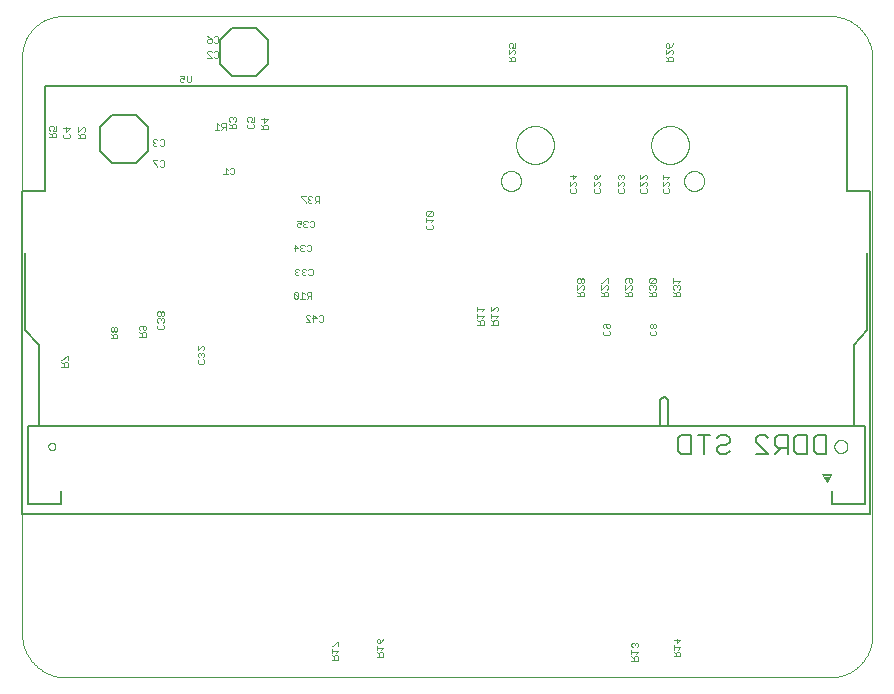
<source format=gbo>
G75*
%MOIN*%
%OFA0B0*%
%FSLAX25Y25*%
%IPPOS*%
%LPD*%
%AMOC8*
5,1,8,0,0,1.08239X$1,22.5*
%
%ADD10C,0.00000*%
%ADD11C,0.00800*%
%ADD12C,0.00600*%
%ADD13C,0.00400*%
%ADD14C,0.00500*%
%ADD15C,0.00200*%
D10*
X0015673Y0001500D02*
X0270791Y0001500D01*
X0271133Y0001504D01*
X0271476Y0001517D01*
X0271818Y0001537D01*
X0272159Y0001566D01*
X0272499Y0001603D01*
X0272839Y0001649D01*
X0273177Y0001702D01*
X0273514Y0001764D01*
X0273849Y0001834D01*
X0274183Y0001912D01*
X0274514Y0001998D01*
X0274844Y0002092D01*
X0275171Y0002194D01*
X0275495Y0002303D01*
X0275817Y0002421D01*
X0276136Y0002546D01*
X0276451Y0002679D01*
X0276764Y0002820D01*
X0277072Y0002968D01*
X0277378Y0003123D01*
X0277679Y0003286D01*
X0277976Y0003456D01*
X0278269Y0003633D01*
X0278558Y0003818D01*
X0278842Y0004009D01*
X0279122Y0004207D01*
X0279396Y0004411D01*
X0279666Y0004623D01*
X0279930Y0004840D01*
X0280189Y0005064D01*
X0280443Y0005295D01*
X0280691Y0005531D01*
X0280933Y0005773D01*
X0281169Y0006021D01*
X0281400Y0006275D01*
X0281624Y0006534D01*
X0281841Y0006798D01*
X0282053Y0007068D01*
X0282257Y0007342D01*
X0282455Y0007622D01*
X0282646Y0007906D01*
X0282831Y0008195D01*
X0283008Y0008488D01*
X0283178Y0008785D01*
X0283341Y0009086D01*
X0283496Y0009392D01*
X0283644Y0009700D01*
X0283785Y0010013D01*
X0283918Y0010328D01*
X0284043Y0010647D01*
X0284161Y0010969D01*
X0284270Y0011293D01*
X0284372Y0011620D01*
X0284466Y0011950D01*
X0284552Y0012281D01*
X0284630Y0012615D01*
X0284700Y0012950D01*
X0284762Y0013287D01*
X0284815Y0013625D01*
X0284861Y0013965D01*
X0284898Y0014305D01*
X0284927Y0014646D01*
X0284947Y0014988D01*
X0284960Y0015331D01*
X0284964Y0015673D01*
X0284965Y0015673D02*
X0284965Y0207799D01*
X0284964Y0207799D02*
X0284960Y0208141D01*
X0284947Y0208484D01*
X0284927Y0208826D01*
X0284898Y0209167D01*
X0284861Y0209507D01*
X0284815Y0209847D01*
X0284762Y0210185D01*
X0284700Y0210522D01*
X0284630Y0210857D01*
X0284552Y0211191D01*
X0284466Y0211522D01*
X0284372Y0211852D01*
X0284270Y0212179D01*
X0284161Y0212503D01*
X0284043Y0212825D01*
X0283918Y0213144D01*
X0283785Y0213459D01*
X0283644Y0213772D01*
X0283496Y0214080D01*
X0283341Y0214386D01*
X0283178Y0214687D01*
X0283008Y0214984D01*
X0282831Y0215277D01*
X0282646Y0215566D01*
X0282455Y0215850D01*
X0282257Y0216130D01*
X0282053Y0216404D01*
X0281841Y0216674D01*
X0281624Y0216938D01*
X0281400Y0217197D01*
X0281169Y0217451D01*
X0280933Y0217699D01*
X0280691Y0217941D01*
X0280443Y0218177D01*
X0280189Y0218408D01*
X0279930Y0218632D01*
X0279666Y0218849D01*
X0279396Y0219061D01*
X0279122Y0219265D01*
X0278842Y0219463D01*
X0278558Y0219654D01*
X0278269Y0219839D01*
X0277976Y0220016D01*
X0277679Y0220186D01*
X0277378Y0220349D01*
X0277072Y0220504D01*
X0276764Y0220652D01*
X0276451Y0220793D01*
X0276136Y0220926D01*
X0275817Y0221051D01*
X0275495Y0221169D01*
X0275171Y0221278D01*
X0274844Y0221380D01*
X0274514Y0221474D01*
X0274183Y0221560D01*
X0273849Y0221638D01*
X0273514Y0221708D01*
X0273177Y0221770D01*
X0272839Y0221823D01*
X0272499Y0221869D01*
X0272159Y0221906D01*
X0271818Y0221935D01*
X0271476Y0221955D01*
X0271133Y0221968D01*
X0270791Y0221972D01*
X0015673Y0221972D01*
X0001500Y0208799D02*
X0001500Y0016673D01*
X0001492Y0016318D01*
X0001492Y0015963D01*
X0001502Y0015609D01*
X0001520Y0015254D01*
X0001546Y0014901D01*
X0001581Y0014548D01*
X0001625Y0014195D01*
X0001677Y0013845D01*
X0001737Y0013495D01*
X0001806Y0013147D01*
X0001884Y0012801D01*
X0001969Y0012456D01*
X0002063Y0012114D01*
X0002165Y0011774D01*
X0002276Y0011437D01*
X0002394Y0011103D01*
X0002521Y0010771D01*
X0002655Y0010443D01*
X0002798Y0010118D01*
X0002948Y0009797D01*
X0003106Y0009479D01*
X0003271Y0009165D01*
X0003445Y0008855D01*
X0003625Y0008550D01*
X0003813Y0008249D01*
X0004008Y0007953D01*
X0004210Y0007661D01*
X0004419Y0007375D01*
X0004635Y0007093D01*
X0004858Y0006817D01*
X0005088Y0006546D01*
X0005323Y0006281D01*
X0005566Y0006022D01*
X0005814Y0005769D01*
X0006068Y0005521D01*
X0006329Y0005280D01*
X0006595Y0005046D01*
X0006867Y0004817D01*
X0007144Y0004596D01*
X0007426Y0004381D01*
X0007714Y0004173D01*
X0008006Y0003972D01*
X0008303Y0003778D01*
X0008605Y0003592D01*
X0008911Y0003413D01*
X0009222Y0003241D01*
X0009536Y0003077D01*
X0009855Y0002920D01*
X0010177Y0002771D01*
X0010502Y0002630D01*
X0010831Y0002497D01*
X0011163Y0002372D01*
X0011498Y0002255D01*
X0011836Y0002146D01*
X0012176Y0002046D01*
X0012518Y0001953D01*
X0012863Y0001869D01*
X0013210Y0001793D01*
X0013558Y0001726D01*
X0013908Y0001667D01*
X0014259Y0001616D01*
X0014611Y0001574D01*
X0014965Y0001541D01*
X0015319Y0001516D01*
X0015673Y0001500D01*
X0010260Y0078500D02*
X0010262Y0078569D01*
X0010268Y0078637D01*
X0010278Y0078705D01*
X0010292Y0078772D01*
X0010310Y0078839D01*
X0010331Y0078904D01*
X0010357Y0078968D01*
X0010386Y0079030D01*
X0010418Y0079090D01*
X0010454Y0079149D01*
X0010494Y0079205D01*
X0010536Y0079259D01*
X0010582Y0079310D01*
X0010631Y0079359D01*
X0010682Y0079405D01*
X0010736Y0079447D01*
X0010792Y0079487D01*
X0010850Y0079523D01*
X0010911Y0079555D01*
X0010973Y0079584D01*
X0011037Y0079610D01*
X0011102Y0079631D01*
X0011169Y0079649D01*
X0011236Y0079663D01*
X0011304Y0079673D01*
X0011372Y0079679D01*
X0011441Y0079681D01*
X0011510Y0079679D01*
X0011578Y0079673D01*
X0011646Y0079663D01*
X0011713Y0079649D01*
X0011780Y0079631D01*
X0011845Y0079610D01*
X0011909Y0079584D01*
X0011971Y0079555D01*
X0012031Y0079523D01*
X0012090Y0079487D01*
X0012146Y0079447D01*
X0012200Y0079405D01*
X0012251Y0079359D01*
X0012300Y0079310D01*
X0012346Y0079259D01*
X0012388Y0079205D01*
X0012428Y0079149D01*
X0012464Y0079090D01*
X0012496Y0079030D01*
X0012525Y0078968D01*
X0012551Y0078904D01*
X0012572Y0078839D01*
X0012590Y0078772D01*
X0012604Y0078705D01*
X0012614Y0078637D01*
X0012620Y0078569D01*
X0012622Y0078500D01*
X0012620Y0078431D01*
X0012614Y0078363D01*
X0012604Y0078295D01*
X0012590Y0078228D01*
X0012572Y0078161D01*
X0012551Y0078096D01*
X0012525Y0078032D01*
X0012496Y0077970D01*
X0012464Y0077909D01*
X0012428Y0077851D01*
X0012388Y0077795D01*
X0012346Y0077741D01*
X0012300Y0077690D01*
X0012251Y0077641D01*
X0012200Y0077595D01*
X0012146Y0077553D01*
X0012090Y0077513D01*
X0012032Y0077477D01*
X0011971Y0077445D01*
X0011909Y0077416D01*
X0011845Y0077390D01*
X0011780Y0077369D01*
X0011713Y0077351D01*
X0011646Y0077337D01*
X0011578Y0077327D01*
X0011510Y0077321D01*
X0011441Y0077319D01*
X0011372Y0077321D01*
X0011304Y0077327D01*
X0011236Y0077337D01*
X0011169Y0077351D01*
X0011102Y0077369D01*
X0011037Y0077390D01*
X0010973Y0077416D01*
X0010911Y0077445D01*
X0010850Y0077477D01*
X0010792Y0077513D01*
X0010736Y0077553D01*
X0010682Y0077595D01*
X0010631Y0077641D01*
X0010582Y0077690D01*
X0010536Y0077741D01*
X0010494Y0077795D01*
X0010454Y0077851D01*
X0010418Y0077909D01*
X0010386Y0077970D01*
X0010357Y0078032D01*
X0010331Y0078096D01*
X0010310Y0078161D01*
X0010292Y0078228D01*
X0010278Y0078295D01*
X0010268Y0078363D01*
X0010262Y0078431D01*
X0010260Y0078500D01*
X0161142Y0166992D02*
X0161144Y0167107D01*
X0161150Y0167223D01*
X0161160Y0167338D01*
X0161174Y0167453D01*
X0161192Y0167567D01*
X0161214Y0167680D01*
X0161239Y0167793D01*
X0161269Y0167904D01*
X0161302Y0168015D01*
X0161339Y0168124D01*
X0161380Y0168232D01*
X0161425Y0168339D01*
X0161473Y0168444D01*
X0161525Y0168547D01*
X0161581Y0168648D01*
X0161640Y0168748D01*
X0161702Y0168845D01*
X0161768Y0168940D01*
X0161836Y0169033D01*
X0161908Y0169123D01*
X0161983Y0169211D01*
X0162062Y0169296D01*
X0162143Y0169378D01*
X0162226Y0169458D01*
X0162313Y0169534D01*
X0162402Y0169608D01*
X0162493Y0169678D01*
X0162587Y0169746D01*
X0162683Y0169810D01*
X0162782Y0169870D01*
X0162882Y0169927D01*
X0162984Y0169981D01*
X0163088Y0170031D01*
X0163194Y0170078D01*
X0163301Y0170121D01*
X0163410Y0170160D01*
X0163520Y0170195D01*
X0163631Y0170226D01*
X0163743Y0170254D01*
X0163856Y0170278D01*
X0163970Y0170298D01*
X0164085Y0170314D01*
X0164200Y0170326D01*
X0164315Y0170334D01*
X0164430Y0170338D01*
X0164546Y0170338D01*
X0164661Y0170334D01*
X0164776Y0170326D01*
X0164891Y0170314D01*
X0165006Y0170298D01*
X0165120Y0170278D01*
X0165233Y0170254D01*
X0165345Y0170226D01*
X0165456Y0170195D01*
X0165566Y0170160D01*
X0165675Y0170121D01*
X0165782Y0170078D01*
X0165888Y0170031D01*
X0165992Y0169981D01*
X0166094Y0169927D01*
X0166194Y0169870D01*
X0166293Y0169810D01*
X0166389Y0169746D01*
X0166483Y0169678D01*
X0166574Y0169608D01*
X0166663Y0169534D01*
X0166750Y0169458D01*
X0166833Y0169378D01*
X0166914Y0169296D01*
X0166993Y0169211D01*
X0167068Y0169123D01*
X0167140Y0169033D01*
X0167208Y0168940D01*
X0167274Y0168845D01*
X0167336Y0168748D01*
X0167395Y0168648D01*
X0167451Y0168547D01*
X0167503Y0168444D01*
X0167551Y0168339D01*
X0167596Y0168232D01*
X0167637Y0168124D01*
X0167674Y0168015D01*
X0167707Y0167904D01*
X0167737Y0167793D01*
X0167762Y0167680D01*
X0167784Y0167567D01*
X0167802Y0167453D01*
X0167816Y0167338D01*
X0167826Y0167223D01*
X0167832Y0167107D01*
X0167834Y0166992D01*
X0167832Y0166877D01*
X0167826Y0166761D01*
X0167816Y0166646D01*
X0167802Y0166531D01*
X0167784Y0166417D01*
X0167762Y0166304D01*
X0167737Y0166191D01*
X0167707Y0166080D01*
X0167674Y0165969D01*
X0167637Y0165860D01*
X0167596Y0165752D01*
X0167551Y0165645D01*
X0167503Y0165540D01*
X0167451Y0165437D01*
X0167395Y0165336D01*
X0167336Y0165236D01*
X0167274Y0165139D01*
X0167208Y0165044D01*
X0167140Y0164951D01*
X0167068Y0164861D01*
X0166993Y0164773D01*
X0166914Y0164688D01*
X0166833Y0164606D01*
X0166750Y0164526D01*
X0166663Y0164450D01*
X0166574Y0164376D01*
X0166483Y0164306D01*
X0166389Y0164238D01*
X0166293Y0164174D01*
X0166194Y0164114D01*
X0166094Y0164057D01*
X0165992Y0164003D01*
X0165888Y0163953D01*
X0165782Y0163906D01*
X0165675Y0163863D01*
X0165566Y0163824D01*
X0165456Y0163789D01*
X0165345Y0163758D01*
X0165233Y0163730D01*
X0165120Y0163706D01*
X0165006Y0163686D01*
X0164891Y0163670D01*
X0164776Y0163658D01*
X0164661Y0163650D01*
X0164546Y0163646D01*
X0164430Y0163646D01*
X0164315Y0163650D01*
X0164200Y0163658D01*
X0164085Y0163670D01*
X0163970Y0163686D01*
X0163856Y0163706D01*
X0163743Y0163730D01*
X0163631Y0163758D01*
X0163520Y0163789D01*
X0163410Y0163824D01*
X0163301Y0163863D01*
X0163194Y0163906D01*
X0163088Y0163953D01*
X0162984Y0164003D01*
X0162882Y0164057D01*
X0162782Y0164114D01*
X0162683Y0164174D01*
X0162587Y0164238D01*
X0162493Y0164306D01*
X0162402Y0164376D01*
X0162313Y0164450D01*
X0162226Y0164526D01*
X0162143Y0164606D01*
X0162062Y0164688D01*
X0161983Y0164773D01*
X0161908Y0164861D01*
X0161836Y0164951D01*
X0161768Y0165044D01*
X0161702Y0165139D01*
X0161640Y0165236D01*
X0161581Y0165336D01*
X0161525Y0165437D01*
X0161473Y0165540D01*
X0161425Y0165645D01*
X0161380Y0165752D01*
X0161339Y0165860D01*
X0161302Y0165969D01*
X0161269Y0166080D01*
X0161239Y0166191D01*
X0161214Y0166304D01*
X0161192Y0166417D01*
X0161174Y0166531D01*
X0161160Y0166646D01*
X0161150Y0166761D01*
X0161144Y0166877D01*
X0161142Y0166992D01*
X0166201Y0179000D02*
X0166203Y0179158D01*
X0166209Y0179316D01*
X0166219Y0179474D01*
X0166233Y0179632D01*
X0166251Y0179789D01*
X0166272Y0179946D01*
X0166298Y0180102D01*
X0166328Y0180258D01*
X0166361Y0180413D01*
X0166399Y0180566D01*
X0166440Y0180719D01*
X0166485Y0180871D01*
X0166534Y0181022D01*
X0166587Y0181171D01*
X0166643Y0181319D01*
X0166703Y0181465D01*
X0166767Y0181610D01*
X0166835Y0181753D01*
X0166906Y0181895D01*
X0166980Y0182035D01*
X0167058Y0182172D01*
X0167140Y0182308D01*
X0167224Y0182442D01*
X0167313Y0182573D01*
X0167404Y0182702D01*
X0167499Y0182829D01*
X0167596Y0182954D01*
X0167697Y0183076D01*
X0167801Y0183195D01*
X0167908Y0183312D01*
X0168018Y0183426D01*
X0168131Y0183537D01*
X0168246Y0183646D01*
X0168364Y0183751D01*
X0168485Y0183853D01*
X0168608Y0183953D01*
X0168734Y0184049D01*
X0168862Y0184142D01*
X0168992Y0184232D01*
X0169125Y0184318D01*
X0169260Y0184402D01*
X0169396Y0184481D01*
X0169535Y0184558D01*
X0169676Y0184630D01*
X0169818Y0184700D01*
X0169962Y0184765D01*
X0170108Y0184827D01*
X0170255Y0184885D01*
X0170404Y0184940D01*
X0170554Y0184991D01*
X0170705Y0185038D01*
X0170857Y0185081D01*
X0171010Y0185120D01*
X0171165Y0185156D01*
X0171320Y0185187D01*
X0171476Y0185215D01*
X0171632Y0185239D01*
X0171789Y0185259D01*
X0171947Y0185275D01*
X0172104Y0185287D01*
X0172263Y0185295D01*
X0172421Y0185299D01*
X0172579Y0185299D01*
X0172737Y0185295D01*
X0172896Y0185287D01*
X0173053Y0185275D01*
X0173211Y0185259D01*
X0173368Y0185239D01*
X0173524Y0185215D01*
X0173680Y0185187D01*
X0173835Y0185156D01*
X0173990Y0185120D01*
X0174143Y0185081D01*
X0174295Y0185038D01*
X0174446Y0184991D01*
X0174596Y0184940D01*
X0174745Y0184885D01*
X0174892Y0184827D01*
X0175038Y0184765D01*
X0175182Y0184700D01*
X0175324Y0184630D01*
X0175465Y0184558D01*
X0175604Y0184481D01*
X0175740Y0184402D01*
X0175875Y0184318D01*
X0176008Y0184232D01*
X0176138Y0184142D01*
X0176266Y0184049D01*
X0176392Y0183953D01*
X0176515Y0183853D01*
X0176636Y0183751D01*
X0176754Y0183646D01*
X0176869Y0183537D01*
X0176982Y0183426D01*
X0177092Y0183312D01*
X0177199Y0183195D01*
X0177303Y0183076D01*
X0177404Y0182954D01*
X0177501Y0182829D01*
X0177596Y0182702D01*
X0177687Y0182573D01*
X0177776Y0182442D01*
X0177860Y0182308D01*
X0177942Y0182172D01*
X0178020Y0182035D01*
X0178094Y0181895D01*
X0178165Y0181753D01*
X0178233Y0181610D01*
X0178297Y0181465D01*
X0178357Y0181319D01*
X0178413Y0181171D01*
X0178466Y0181022D01*
X0178515Y0180871D01*
X0178560Y0180719D01*
X0178601Y0180566D01*
X0178639Y0180413D01*
X0178672Y0180258D01*
X0178702Y0180102D01*
X0178728Y0179946D01*
X0178749Y0179789D01*
X0178767Y0179632D01*
X0178781Y0179474D01*
X0178791Y0179316D01*
X0178797Y0179158D01*
X0178799Y0179000D01*
X0178797Y0178842D01*
X0178791Y0178684D01*
X0178781Y0178526D01*
X0178767Y0178368D01*
X0178749Y0178211D01*
X0178728Y0178054D01*
X0178702Y0177898D01*
X0178672Y0177742D01*
X0178639Y0177587D01*
X0178601Y0177434D01*
X0178560Y0177281D01*
X0178515Y0177129D01*
X0178466Y0176978D01*
X0178413Y0176829D01*
X0178357Y0176681D01*
X0178297Y0176535D01*
X0178233Y0176390D01*
X0178165Y0176247D01*
X0178094Y0176105D01*
X0178020Y0175965D01*
X0177942Y0175828D01*
X0177860Y0175692D01*
X0177776Y0175558D01*
X0177687Y0175427D01*
X0177596Y0175298D01*
X0177501Y0175171D01*
X0177404Y0175046D01*
X0177303Y0174924D01*
X0177199Y0174805D01*
X0177092Y0174688D01*
X0176982Y0174574D01*
X0176869Y0174463D01*
X0176754Y0174354D01*
X0176636Y0174249D01*
X0176515Y0174147D01*
X0176392Y0174047D01*
X0176266Y0173951D01*
X0176138Y0173858D01*
X0176008Y0173768D01*
X0175875Y0173682D01*
X0175740Y0173598D01*
X0175604Y0173519D01*
X0175465Y0173442D01*
X0175324Y0173370D01*
X0175182Y0173300D01*
X0175038Y0173235D01*
X0174892Y0173173D01*
X0174745Y0173115D01*
X0174596Y0173060D01*
X0174446Y0173009D01*
X0174295Y0172962D01*
X0174143Y0172919D01*
X0173990Y0172880D01*
X0173835Y0172844D01*
X0173680Y0172813D01*
X0173524Y0172785D01*
X0173368Y0172761D01*
X0173211Y0172741D01*
X0173053Y0172725D01*
X0172896Y0172713D01*
X0172737Y0172705D01*
X0172579Y0172701D01*
X0172421Y0172701D01*
X0172263Y0172705D01*
X0172104Y0172713D01*
X0171947Y0172725D01*
X0171789Y0172741D01*
X0171632Y0172761D01*
X0171476Y0172785D01*
X0171320Y0172813D01*
X0171165Y0172844D01*
X0171010Y0172880D01*
X0170857Y0172919D01*
X0170705Y0172962D01*
X0170554Y0173009D01*
X0170404Y0173060D01*
X0170255Y0173115D01*
X0170108Y0173173D01*
X0169962Y0173235D01*
X0169818Y0173300D01*
X0169676Y0173370D01*
X0169535Y0173442D01*
X0169396Y0173519D01*
X0169260Y0173598D01*
X0169125Y0173682D01*
X0168992Y0173768D01*
X0168862Y0173858D01*
X0168734Y0173951D01*
X0168608Y0174047D01*
X0168485Y0174147D01*
X0168364Y0174249D01*
X0168246Y0174354D01*
X0168131Y0174463D01*
X0168018Y0174574D01*
X0167908Y0174688D01*
X0167801Y0174805D01*
X0167697Y0174924D01*
X0167596Y0175046D01*
X0167499Y0175171D01*
X0167404Y0175298D01*
X0167313Y0175427D01*
X0167224Y0175558D01*
X0167140Y0175692D01*
X0167058Y0175828D01*
X0166980Y0175965D01*
X0166906Y0176105D01*
X0166835Y0176247D01*
X0166767Y0176390D01*
X0166703Y0176535D01*
X0166643Y0176681D01*
X0166587Y0176829D01*
X0166534Y0176978D01*
X0166485Y0177129D01*
X0166440Y0177281D01*
X0166399Y0177434D01*
X0166361Y0177587D01*
X0166328Y0177742D01*
X0166298Y0177898D01*
X0166272Y0178054D01*
X0166251Y0178211D01*
X0166233Y0178368D01*
X0166219Y0178526D01*
X0166209Y0178684D01*
X0166203Y0178842D01*
X0166201Y0179000D01*
X0211201Y0179000D02*
X0211203Y0179158D01*
X0211209Y0179316D01*
X0211219Y0179474D01*
X0211233Y0179632D01*
X0211251Y0179789D01*
X0211272Y0179946D01*
X0211298Y0180102D01*
X0211328Y0180258D01*
X0211361Y0180413D01*
X0211399Y0180566D01*
X0211440Y0180719D01*
X0211485Y0180871D01*
X0211534Y0181022D01*
X0211587Y0181171D01*
X0211643Y0181319D01*
X0211703Y0181465D01*
X0211767Y0181610D01*
X0211835Y0181753D01*
X0211906Y0181895D01*
X0211980Y0182035D01*
X0212058Y0182172D01*
X0212140Y0182308D01*
X0212224Y0182442D01*
X0212313Y0182573D01*
X0212404Y0182702D01*
X0212499Y0182829D01*
X0212596Y0182954D01*
X0212697Y0183076D01*
X0212801Y0183195D01*
X0212908Y0183312D01*
X0213018Y0183426D01*
X0213131Y0183537D01*
X0213246Y0183646D01*
X0213364Y0183751D01*
X0213485Y0183853D01*
X0213608Y0183953D01*
X0213734Y0184049D01*
X0213862Y0184142D01*
X0213992Y0184232D01*
X0214125Y0184318D01*
X0214260Y0184402D01*
X0214396Y0184481D01*
X0214535Y0184558D01*
X0214676Y0184630D01*
X0214818Y0184700D01*
X0214962Y0184765D01*
X0215108Y0184827D01*
X0215255Y0184885D01*
X0215404Y0184940D01*
X0215554Y0184991D01*
X0215705Y0185038D01*
X0215857Y0185081D01*
X0216010Y0185120D01*
X0216165Y0185156D01*
X0216320Y0185187D01*
X0216476Y0185215D01*
X0216632Y0185239D01*
X0216789Y0185259D01*
X0216947Y0185275D01*
X0217104Y0185287D01*
X0217263Y0185295D01*
X0217421Y0185299D01*
X0217579Y0185299D01*
X0217737Y0185295D01*
X0217896Y0185287D01*
X0218053Y0185275D01*
X0218211Y0185259D01*
X0218368Y0185239D01*
X0218524Y0185215D01*
X0218680Y0185187D01*
X0218835Y0185156D01*
X0218990Y0185120D01*
X0219143Y0185081D01*
X0219295Y0185038D01*
X0219446Y0184991D01*
X0219596Y0184940D01*
X0219745Y0184885D01*
X0219892Y0184827D01*
X0220038Y0184765D01*
X0220182Y0184700D01*
X0220324Y0184630D01*
X0220465Y0184558D01*
X0220604Y0184481D01*
X0220740Y0184402D01*
X0220875Y0184318D01*
X0221008Y0184232D01*
X0221138Y0184142D01*
X0221266Y0184049D01*
X0221392Y0183953D01*
X0221515Y0183853D01*
X0221636Y0183751D01*
X0221754Y0183646D01*
X0221869Y0183537D01*
X0221982Y0183426D01*
X0222092Y0183312D01*
X0222199Y0183195D01*
X0222303Y0183076D01*
X0222404Y0182954D01*
X0222501Y0182829D01*
X0222596Y0182702D01*
X0222687Y0182573D01*
X0222776Y0182442D01*
X0222860Y0182308D01*
X0222942Y0182172D01*
X0223020Y0182035D01*
X0223094Y0181895D01*
X0223165Y0181753D01*
X0223233Y0181610D01*
X0223297Y0181465D01*
X0223357Y0181319D01*
X0223413Y0181171D01*
X0223466Y0181022D01*
X0223515Y0180871D01*
X0223560Y0180719D01*
X0223601Y0180566D01*
X0223639Y0180413D01*
X0223672Y0180258D01*
X0223702Y0180102D01*
X0223728Y0179946D01*
X0223749Y0179789D01*
X0223767Y0179632D01*
X0223781Y0179474D01*
X0223791Y0179316D01*
X0223797Y0179158D01*
X0223799Y0179000D01*
X0223797Y0178842D01*
X0223791Y0178684D01*
X0223781Y0178526D01*
X0223767Y0178368D01*
X0223749Y0178211D01*
X0223728Y0178054D01*
X0223702Y0177898D01*
X0223672Y0177742D01*
X0223639Y0177587D01*
X0223601Y0177434D01*
X0223560Y0177281D01*
X0223515Y0177129D01*
X0223466Y0176978D01*
X0223413Y0176829D01*
X0223357Y0176681D01*
X0223297Y0176535D01*
X0223233Y0176390D01*
X0223165Y0176247D01*
X0223094Y0176105D01*
X0223020Y0175965D01*
X0222942Y0175828D01*
X0222860Y0175692D01*
X0222776Y0175558D01*
X0222687Y0175427D01*
X0222596Y0175298D01*
X0222501Y0175171D01*
X0222404Y0175046D01*
X0222303Y0174924D01*
X0222199Y0174805D01*
X0222092Y0174688D01*
X0221982Y0174574D01*
X0221869Y0174463D01*
X0221754Y0174354D01*
X0221636Y0174249D01*
X0221515Y0174147D01*
X0221392Y0174047D01*
X0221266Y0173951D01*
X0221138Y0173858D01*
X0221008Y0173768D01*
X0220875Y0173682D01*
X0220740Y0173598D01*
X0220604Y0173519D01*
X0220465Y0173442D01*
X0220324Y0173370D01*
X0220182Y0173300D01*
X0220038Y0173235D01*
X0219892Y0173173D01*
X0219745Y0173115D01*
X0219596Y0173060D01*
X0219446Y0173009D01*
X0219295Y0172962D01*
X0219143Y0172919D01*
X0218990Y0172880D01*
X0218835Y0172844D01*
X0218680Y0172813D01*
X0218524Y0172785D01*
X0218368Y0172761D01*
X0218211Y0172741D01*
X0218053Y0172725D01*
X0217896Y0172713D01*
X0217737Y0172705D01*
X0217579Y0172701D01*
X0217421Y0172701D01*
X0217263Y0172705D01*
X0217104Y0172713D01*
X0216947Y0172725D01*
X0216789Y0172741D01*
X0216632Y0172761D01*
X0216476Y0172785D01*
X0216320Y0172813D01*
X0216165Y0172844D01*
X0216010Y0172880D01*
X0215857Y0172919D01*
X0215705Y0172962D01*
X0215554Y0173009D01*
X0215404Y0173060D01*
X0215255Y0173115D01*
X0215108Y0173173D01*
X0214962Y0173235D01*
X0214818Y0173300D01*
X0214676Y0173370D01*
X0214535Y0173442D01*
X0214396Y0173519D01*
X0214260Y0173598D01*
X0214125Y0173682D01*
X0213992Y0173768D01*
X0213862Y0173858D01*
X0213734Y0173951D01*
X0213608Y0174047D01*
X0213485Y0174147D01*
X0213364Y0174249D01*
X0213246Y0174354D01*
X0213131Y0174463D01*
X0213018Y0174574D01*
X0212908Y0174688D01*
X0212801Y0174805D01*
X0212697Y0174924D01*
X0212596Y0175046D01*
X0212499Y0175171D01*
X0212404Y0175298D01*
X0212313Y0175427D01*
X0212224Y0175558D01*
X0212140Y0175692D01*
X0212058Y0175828D01*
X0211980Y0175965D01*
X0211906Y0176105D01*
X0211835Y0176247D01*
X0211767Y0176390D01*
X0211703Y0176535D01*
X0211643Y0176681D01*
X0211587Y0176829D01*
X0211534Y0176978D01*
X0211485Y0177129D01*
X0211440Y0177281D01*
X0211399Y0177434D01*
X0211361Y0177587D01*
X0211328Y0177742D01*
X0211298Y0177898D01*
X0211272Y0178054D01*
X0211251Y0178211D01*
X0211233Y0178368D01*
X0211219Y0178526D01*
X0211209Y0178684D01*
X0211203Y0178842D01*
X0211201Y0179000D01*
X0222166Y0166992D02*
X0222168Y0167107D01*
X0222174Y0167223D01*
X0222184Y0167338D01*
X0222198Y0167453D01*
X0222216Y0167567D01*
X0222238Y0167680D01*
X0222263Y0167793D01*
X0222293Y0167904D01*
X0222326Y0168015D01*
X0222363Y0168124D01*
X0222404Y0168232D01*
X0222449Y0168339D01*
X0222497Y0168444D01*
X0222549Y0168547D01*
X0222605Y0168648D01*
X0222664Y0168748D01*
X0222726Y0168845D01*
X0222792Y0168940D01*
X0222860Y0169033D01*
X0222932Y0169123D01*
X0223007Y0169211D01*
X0223086Y0169296D01*
X0223167Y0169378D01*
X0223250Y0169458D01*
X0223337Y0169534D01*
X0223426Y0169608D01*
X0223517Y0169678D01*
X0223611Y0169746D01*
X0223707Y0169810D01*
X0223806Y0169870D01*
X0223906Y0169927D01*
X0224008Y0169981D01*
X0224112Y0170031D01*
X0224218Y0170078D01*
X0224325Y0170121D01*
X0224434Y0170160D01*
X0224544Y0170195D01*
X0224655Y0170226D01*
X0224767Y0170254D01*
X0224880Y0170278D01*
X0224994Y0170298D01*
X0225109Y0170314D01*
X0225224Y0170326D01*
X0225339Y0170334D01*
X0225454Y0170338D01*
X0225570Y0170338D01*
X0225685Y0170334D01*
X0225800Y0170326D01*
X0225915Y0170314D01*
X0226030Y0170298D01*
X0226144Y0170278D01*
X0226257Y0170254D01*
X0226369Y0170226D01*
X0226480Y0170195D01*
X0226590Y0170160D01*
X0226699Y0170121D01*
X0226806Y0170078D01*
X0226912Y0170031D01*
X0227016Y0169981D01*
X0227118Y0169927D01*
X0227218Y0169870D01*
X0227317Y0169810D01*
X0227413Y0169746D01*
X0227507Y0169678D01*
X0227598Y0169608D01*
X0227687Y0169534D01*
X0227774Y0169458D01*
X0227857Y0169378D01*
X0227938Y0169296D01*
X0228017Y0169211D01*
X0228092Y0169123D01*
X0228164Y0169033D01*
X0228232Y0168940D01*
X0228298Y0168845D01*
X0228360Y0168748D01*
X0228419Y0168648D01*
X0228475Y0168547D01*
X0228527Y0168444D01*
X0228575Y0168339D01*
X0228620Y0168232D01*
X0228661Y0168124D01*
X0228698Y0168015D01*
X0228731Y0167904D01*
X0228761Y0167793D01*
X0228786Y0167680D01*
X0228808Y0167567D01*
X0228826Y0167453D01*
X0228840Y0167338D01*
X0228850Y0167223D01*
X0228856Y0167107D01*
X0228858Y0166992D01*
X0228856Y0166877D01*
X0228850Y0166761D01*
X0228840Y0166646D01*
X0228826Y0166531D01*
X0228808Y0166417D01*
X0228786Y0166304D01*
X0228761Y0166191D01*
X0228731Y0166080D01*
X0228698Y0165969D01*
X0228661Y0165860D01*
X0228620Y0165752D01*
X0228575Y0165645D01*
X0228527Y0165540D01*
X0228475Y0165437D01*
X0228419Y0165336D01*
X0228360Y0165236D01*
X0228298Y0165139D01*
X0228232Y0165044D01*
X0228164Y0164951D01*
X0228092Y0164861D01*
X0228017Y0164773D01*
X0227938Y0164688D01*
X0227857Y0164606D01*
X0227774Y0164526D01*
X0227687Y0164450D01*
X0227598Y0164376D01*
X0227507Y0164306D01*
X0227413Y0164238D01*
X0227317Y0164174D01*
X0227218Y0164114D01*
X0227118Y0164057D01*
X0227016Y0164003D01*
X0226912Y0163953D01*
X0226806Y0163906D01*
X0226699Y0163863D01*
X0226590Y0163824D01*
X0226480Y0163789D01*
X0226369Y0163758D01*
X0226257Y0163730D01*
X0226144Y0163706D01*
X0226030Y0163686D01*
X0225915Y0163670D01*
X0225800Y0163658D01*
X0225685Y0163650D01*
X0225570Y0163646D01*
X0225454Y0163646D01*
X0225339Y0163650D01*
X0225224Y0163658D01*
X0225109Y0163670D01*
X0224994Y0163686D01*
X0224880Y0163706D01*
X0224767Y0163730D01*
X0224655Y0163758D01*
X0224544Y0163789D01*
X0224434Y0163824D01*
X0224325Y0163863D01*
X0224218Y0163906D01*
X0224112Y0163953D01*
X0224008Y0164003D01*
X0223906Y0164057D01*
X0223806Y0164114D01*
X0223707Y0164174D01*
X0223611Y0164238D01*
X0223517Y0164306D01*
X0223426Y0164376D01*
X0223337Y0164450D01*
X0223250Y0164526D01*
X0223167Y0164606D01*
X0223086Y0164688D01*
X0223007Y0164773D01*
X0222932Y0164861D01*
X0222860Y0164951D01*
X0222792Y0165044D01*
X0222726Y0165139D01*
X0222664Y0165236D01*
X0222605Y0165336D01*
X0222549Y0165437D01*
X0222497Y0165540D01*
X0222449Y0165645D01*
X0222404Y0165752D01*
X0222363Y0165860D01*
X0222326Y0165969D01*
X0222293Y0166080D01*
X0222263Y0166191D01*
X0222238Y0166304D01*
X0222216Y0166417D01*
X0222198Y0166531D01*
X0222184Y0166646D01*
X0222174Y0166761D01*
X0222168Y0166877D01*
X0222166Y0166992D01*
X0272268Y0078500D02*
X0272270Y0078593D01*
X0272276Y0078685D01*
X0272286Y0078777D01*
X0272300Y0078868D01*
X0272317Y0078959D01*
X0272339Y0079049D01*
X0272364Y0079138D01*
X0272393Y0079226D01*
X0272426Y0079312D01*
X0272463Y0079397D01*
X0272503Y0079481D01*
X0272547Y0079562D01*
X0272594Y0079642D01*
X0272644Y0079720D01*
X0272698Y0079795D01*
X0272755Y0079868D01*
X0272815Y0079938D01*
X0272878Y0080006D01*
X0272944Y0080071D01*
X0273012Y0080133D01*
X0273083Y0080193D01*
X0273157Y0080249D01*
X0273233Y0080302D01*
X0273311Y0080351D01*
X0273391Y0080398D01*
X0273473Y0080440D01*
X0273557Y0080480D01*
X0273642Y0080515D01*
X0273729Y0080547D01*
X0273817Y0080576D01*
X0273906Y0080600D01*
X0273996Y0080621D01*
X0274087Y0080637D01*
X0274179Y0080650D01*
X0274271Y0080659D01*
X0274364Y0080664D01*
X0274456Y0080665D01*
X0274549Y0080662D01*
X0274641Y0080655D01*
X0274733Y0080644D01*
X0274824Y0080629D01*
X0274915Y0080611D01*
X0275005Y0080588D01*
X0275093Y0080562D01*
X0275181Y0080532D01*
X0275267Y0080498D01*
X0275351Y0080461D01*
X0275434Y0080419D01*
X0275515Y0080375D01*
X0275595Y0080327D01*
X0275672Y0080276D01*
X0275746Y0080221D01*
X0275819Y0080163D01*
X0275889Y0080103D01*
X0275956Y0080039D01*
X0276020Y0079973D01*
X0276082Y0079903D01*
X0276140Y0079832D01*
X0276195Y0079758D01*
X0276247Y0079681D01*
X0276296Y0079602D01*
X0276342Y0079522D01*
X0276384Y0079439D01*
X0276422Y0079355D01*
X0276457Y0079269D01*
X0276488Y0079182D01*
X0276515Y0079094D01*
X0276538Y0079004D01*
X0276558Y0078914D01*
X0276574Y0078823D01*
X0276586Y0078731D01*
X0276594Y0078639D01*
X0276598Y0078546D01*
X0276598Y0078454D01*
X0276594Y0078361D01*
X0276586Y0078269D01*
X0276574Y0078177D01*
X0276558Y0078086D01*
X0276538Y0077996D01*
X0276515Y0077906D01*
X0276488Y0077818D01*
X0276457Y0077731D01*
X0276422Y0077645D01*
X0276384Y0077561D01*
X0276342Y0077478D01*
X0276296Y0077398D01*
X0276247Y0077319D01*
X0276195Y0077242D01*
X0276140Y0077168D01*
X0276082Y0077097D01*
X0276020Y0077027D01*
X0275956Y0076961D01*
X0275889Y0076897D01*
X0275819Y0076837D01*
X0275746Y0076779D01*
X0275672Y0076724D01*
X0275595Y0076673D01*
X0275516Y0076625D01*
X0275434Y0076581D01*
X0275351Y0076539D01*
X0275267Y0076502D01*
X0275181Y0076468D01*
X0275093Y0076438D01*
X0275005Y0076412D01*
X0274915Y0076389D01*
X0274824Y0076371D01*
X0274733Y0076356D01*
X0274641Y0076345D01*
X0274549Y0076338D01*
X0274456Y0076335D01*
X0274364Y0076336D01*
X0274271Y0076341D01*
X0274179Y0076350D01*
X0274087Y0076363D01*
X0273996Y0076379D01*
X0273906Y0076400D01*
X0273817Y0076424D01*
X0273729Y0076453D01*
X0273642Y0076485D01*
X0273557Y0076520D01*
X0273473Y0076560D01*
X0273391Y0076602D01*
X0273311Y0076649D01*
X0273233Y0076698D01*
X0273157Y0076751D01*
X0273083Y0076807D01*
X0273012Y0076867D01*
X0272944Y0076929D01*
X0272878Y0076994D01*
X0272815Y0077062D01*
X0272755Y0077132D01*
X0272698Y0077205D01*
X0272644Y0077280D01*
X0272594Y0077358D01*
X0272547Y0077438D01*
X0272503Y0077519D01*
X0272463Y0077603D01*
X0272426Y0077688D01*
X0272393Y0077774D01*
X0272364Y0077862D01*
X0272339Y0077951D01*
X0272317Y0078041D01*
X0272300Y0078132D01*
X0272286Y0078223D01*
X0272276Y0078315D01*
X0272270Y0078407D01*
X0272268Y0078500D01*
X0015673Y0221972D02*
X0015342Y0221980D01*
X0015012Y0221980D01*
X0014681Y0221972D01*
X0014351Y0221956D01*
X0014021Y0221932D01*
X0013692Y0221901D01*
X0013364Y0221861D01*
X0013037Y0221813D01*
X0012711Y0221758D01*
X0012386Y0221694D01*
X0012063Y0221623D01*
X0011742Y0221544D01*
X0011423Y0221457D01*
X0011107Y0221363D01*
X0010792Y0221261D01*
X0010480Y0221151D01*
X0010171Y0221034D01*
X0009865Y0220909D01*
X0009562Y0220777D01*
X0009262Y0220638D01*
X0008965Y0220492D01*
X0008672Y0220338D01*
X0008383Y0220177D01*
X0008098Y0220010D01*
X0007817Y0219836D01*
X0007541Y0219654D01*
X0007269Y0219467D01*
X0007001Y0219272D01*
X0006738Y0219072D01*
X0006480Y0218865D01*
X0006228Y0218652D01*
X0005980Y0218433D01*
X0005738Y0218207D01*
X0005501Y0217977D01*
X0005270Y0217740D01*
X0005045Y0217498D01*
X0004826Y0217251D01*
X0004612Y0216998D01*
X0004405Y0216740D01*
X0004204Y0216478D01*
X0004010Y0216210D01*
X0003822Y0215938D01*
X0003641Y0215662D01*
X0003466Y0215381D01*
X0003299Y0215096D01*
X0003138Y0214807D01*
X0002984Y0214514D01*
X0002838Y0214218D01*
X0002698Y0213918D01*
X0002566Y0213615D01*
X0002441Y0213309D01*
X0002324Y0213000D01*
X0002214Y0212688D01*
X0002112Y0212373D01*
X0002017Y0212057D01*
X0001930Y0211738D01*
X0001851Y0211417D01*
X0001779Y0211094D01*
X0001716Y0210769D01*
X0001660Y0210443D01*
X0001612Y0210116D01*
X0001572Y0209788D01*
X0001540Y0209459D01*
X0001516Y0209129D01*
X0001500Y0208799D01*
D11*
X0002583Y0142870D02*
X0002583Y0117476D01*
X0007110Y0112161D01*
X0007110Y0085783D01*
X0003370Y0085390D02*
X0282504Y0085390D01*
X0282504Y0059209D01*
X0271480Y0059209D01*
X0271480Y0063539D01*
X0278764Y0085783D02*
X0278764Y0112161D01*
X0283291Y0117476D01*
X0283291Y0142870D01*
X0216953Y0093657D02*
X0216953Y0085783D01*
X0214197Y0085783D02*
X0214197Y0093657D01*
X0214198Y0093657D02*
X0214205Y0093731D01*
X0214216Y0093804D01*
X0214231Y0093876D01*
X0214250Y0093948D01*
X0214273Y0094018D01*
X0214299Y0094087D01*
X0214329Y0094155D01*
X0214363Y0094221D01*
X0214400Y0094285D01*
X0214441Y0094347D01*
X0214484Y0094406D01*
X0214531Y0094463D01*
X0214581Y0094518D01*
X0214634Y0094570D01*
X0214689Y0094619D01*
X0214747Y0094665D01*
X0214808Y0094707D01*
X0214870Y0094747D01*
X0214935Y0094783D01*
X0215001Y0094815D01*
X0215069Y0094844D01*
X0215139Y0094869D01*
X0215210Y0094891D01*
X0215281Y0094908D01*
X0215354Y0094922D01*
X0215427Y0094932D01*
X0215501Y0094938D01*
X0215575Y0094940D01*
X0215649Y0094938D01*
X0215723Y0094932D01*
X0215796Y0094922D01*
X0215869Y0094908D01*
X0215940Y0094891D01*
X0216011Y0094869D01*
X0216081Y0094844D01*
X0216149Y0094815D01*
X0216215Y0094783D01*
X0216280Y0094747D01*
X0216342Y0094707D01*
X0216403Y0094665D01*
X0216461Y0094619D01*
X0216516Y0094570D01*
X0216569Y0094518D01*
X0216619Y0094463D01*
X0216666Y0094406D01*
X0216709Y0094347D01*
X0216750Y0094285D01*
X0216787Y0094221D01*
X0216821Y0094155D01*
X0216851Y0094087D01*
X0216877Y0094018D01*
X0216900Y0093948D01*
X0216919Y0093876D01*
X0216934Y0093804D01*
X0216945Y0093731D01*
X0216952Y0093657D01*
X0014394Y0063539D02*
X0014394Y0059209D01*
X0003370Y0059209D01*
X0003370Y0085390D01*
D12*
X0220217Y0081185D02*
X0220217Y0076915D01*
X0221284Y0075847D01*
X0224487Y0075847D01*
X0224487Y0082253D01*
X0221284Y0082253D01*
X0220217Y0081185D01*
X0226662Y0082253D02*
X0230933Y0082253D01*
X0228797Y0082253D02*
X0228797Y0075847D01*
X0233108Y0076915D02*
X0234175Y0075847D01*
X0236310Y0075847D01*
X0237378Y0076915D01*
X0236310Y0079050D02*
X0234175Y0079050D01*
X0233108Y0077982D01*
X0233108Y0076915D01*
X0236310Y0079050D02*
X0237378Y0080118D01*
X0237378Y0081185D01*
X0236310Y0082253D01*
X0234175Y0082253D01*
X0233108Y0081185D01*
X0245999Y0081185D02*
X0245999Y0080118D01*
X0250269Y0075847D01*
X0245999Y0075847D01*
X0245999Y0081185D02*
X0247066Y0082253D01*
X0249201Y0082253D01*
X0250269Y0081185D01*
X0252444Y0081185D02*
X0252444Y0079050D01*
X0253512Y0077982D01*
X0256715Y0077982D01*
X0256715Y0075847D02*
X0256715Y0082253D01*
X0253512Y0082253D01*
X0252444Y0081185D01*
X0254579Y0077982D02*
X0252444Y0075847D01*
X0258890Y0076915D02*
X0259957Y0075847D01*
X0263160Y0075847D01*
X0263160Y0082253D01*
X0259957Y0082253D01*
X0258890Y0081185D01*
X0258890Y0076915D01*
X0265335Y0076915D02*
X0265335Y0081185D01*
X0266403Y0082253D01*
X0269606Y0082253D01*
X0269606Y0075847D01*
X0266403Y0075847D01*
X0265335Y0076915D01*
D13*
X0268232Y0069445D02*
X0269709Y0066492D01*
X0271185Y0069445D01*
X0268232Y0069445D01*
X0268331Y0069247D02*
X0271086Y0069247D01*
X0270887Y0068848D02*
X0268531Y0068848D01*
X0268730Y0068450D02*
X0270688Y0068450D01*
X0270488Y0068051D02*
X0268929Y0068051D01*
X0269128Y0067653D02*
X0270289Y0067653D01*
X0270090Y0067254D02*
X0269328Y0067254D01*
X0269527Y0066856D02*
X0269891Y0066856D01*
X0057799Y0200244D02*
X0057465Y0199910D01*
X0056798Y0199910D01*
X0056464Y0200244D01*
X0056464Y0201912D01*
X0055589Y0201912D02*
X0055589Y0200911D01*
X0054921Y0201245D01*
X0054588Y0201245D01*
X0054254Y0200911D01*
X0054254Y0200244D01*
X0054588Y0199910D01*
X0055255Y0199910D01*
X0055589Y0200244D01*
X0055589Y0201912D02*
X0054254Y0201912D01*
X0057799Y0201912D02*
X0057799Y0200244D01*
D14*
X0067626Y0206063D02*
X0071563Y0202126D01*
X0079437Y0202126D01*
X0083374Y0206063D01*
X0083374Y0213937D01*
X0079437Y0217874D01*
X0071563Y0217874D01*
X0067626Y0213937D01*
X0067626Y0206063D01*
X0043374Y0184937D02*
X0039437Y0188874D01*
X0031563Y0188874D01*
X0027626Y0184937D01*
X0027626Y0177063D01*
X0031563Y0173126D01*
X0039437Y0173126D01*
X0043374Y0177063D01*
X0043374Y0184937D01*
X0009000Y0198500D02*
X0009000Y0163500D01*
X0001500Y0163500D01*
X0001500Y0056000D01*
X0284000Y0056000D01*
X0284000Y0163500D01*
X0276500Y0163500D01*
X0276500Y0198500D01*
X0009000Y0198500D01*
D15*
X0010967Y0185278D02*
X0010600Y0184911D01*
X0010600Y0184177D01*
X0010967Y0183810D01*
X0011701Y0183810D02*
X0012068Y0184544D01*
X0012068Y0184911D01*
X0011701Y0185278D01*
X0010967Y0185278D01*
X0011701Y0183810D02*
X0012802Y0183810D01*
X0012802Y0185278D01*
X0012435Y0183068D02*
X0011701Y0183068D01*
X0011334Y0182701D01*
X0011334Y0181600D01*
X0011334Y0182334D02*
X0010600Y0183068D01*
X0010600Y0181600D02*
X0012802Y0181600D01*
X0012802Y0182701D01*
X0012435Y0183068D01*
X0015200Y0182281D02*
X0015567Y0182648D01*
X0015200Y0182281D02*
X0015200Y0181547D01*
X0015567Y0181180D01*
X0017035Y0181180D01*
X0017402Y0181547D01*
X0017402Y0182281D01*
X0017035Y0182648D01*
X0016301Y0183390D02*
X0016301Y0184858D01*
X0015200Y0184491D02*
X0017402Y0184491D01*
X0016301Y0183390D01*
X0020200Y0183390D02*
X0021668Y0184858D01*
X0022035Y0184858D01*
X0022402Y0184491D01*
X0022402Y0183757D01*
X0022035Y0183390D01*
X0022035Y0182648D02*
X0021301Y0182648D01*
X0020934Y0182281D01*
X0020934Y0181180D01*
X0020200Y0181180D02*
X0022402Y0181180D01*
X0022402Y0182281D01*
X0022035Y0182648D01*
X0020934Y0181914D02*
X0020200Y0182648D01*
X0020200Y0183390D02*
X0020200Y0184858D01*
X0045142Y0180535D02*
X0045142Y0180168D01*
X0045509Y0179801D01*
X0045142Y0179434D01*
X0045142Y0179067D01*
X0045509Y0178700D01*
X0046243Y0178700D01*
X0046610Y0179067D01*
X0047352Y0179067D02*
X0047719Y0178700D01*
X0048453Y0178700D01*
X0048820Y0179067D01*
X0048820Y0180535D01*
X0048453Y0180902D01*
X0047719Y0180902D01*
X0047352Y0180535D01*
X0046610Y0180535D02*
X0046243Y0180902D01*
X0045509Y0180902D01*
X0045142Y0180535D01*
X0045509Y0179801D02*
X0045876Y0179801D01*
X0046610Y0173902D02*
X0045142Y0173902D01*
X0045142Y0173535D01*
X0046610Y0172067D01*
X0046610Y0171700D01*
X0047352Y0172067D02*
X0047719Y0171700D01*
X0048453Y0171700D01*
X0048820Y0172067D01*
X0048820Y0173535D01*
X0048453Y0173902D01*
X0047719Y0173902D01*
X0047352Y0173535D01*
X0065722Y0184100D02*
X0067190Y0184100D01*
X0066456Y0184100D02*
X0066456Y0186302D01*
X0067190Y0185568D01*
X0067932Y0185935D02*
X0067932Y0185201D01*
X0068299Y0184834D01*
X0069400Y0184834D01*
X0068666Y0184834D02*
X0067932Y0184100D01*
X0069400Y0184100D02*
X0069400Y0186302D01*
X0068299Y0186302D01*
X0067932Y0185935D01*
X0070600Y0186068D02*
X0071334Y0185334D01*
X0071334Y0185701D02*
X0071334Y0184600D01*
X0070600Y0184600D02*
X0072802Y0184600D01*
X0072802Y0185701D01*
X0072435Y0186068D01*
X0071701Y0186068D01*
X0071334Y0185701D01*
X0070967Y0186810D02*
X0070600Y0187177D01*
X0070600Y0187911D01*
X0070967Y0188278D01*
X0071334Y0188278D01*
X0071701Y0187911D01*
X0071701Y0187544D01*
X0071701Y0187911D02*
X0072068Y0188278D01*
X0072435Y0188278D01*
X0072802Y0187911D01*
X0072802Y0187177D01*
X0072435Y0186810D01*
X0076600Y0187177D02*
X0076967Y0186810D01*
X0076600Y0187177D02*
X0076600Y0187911D01*
X0076967Y0188278D01*
X0077701Y0188278D01*
X0078068Y0187911D01*
X0078068Y0187544D01*
X0077701Y0186810D01*
X0078802Y0186810D01*
X0078802Y0188278D01*
X0078435Y0186068D02*
X0078802Y0185701D01*
X0078802Y0184967D01*
X0078435Y0184600D01*
X0076967Y0184600D01*
X0076600Y0184967D01*
X0076600Y0185701D01*
X0076967Y0186068D01*
X0081200Y0185648D02*
X0081934Y0184914D01*
X0081934Y0185281D02*
X0081934Y0184180D01*
X0081200Y0184180D02*
X0083402Y0184180D01*
X0083402Y0185281D01*
X0083035Y0185648D01*
X0082301Y0185648D01*
X0081934Y0185281D01*
X0082301Y0186390D02*
X0082301Y0187858D01*
X0083402Y0187491D02*
X0082301Y0186390D01*
X0081200Y0187491D02*
X0083402Y0187491D01*
X0071953Y0171402D02*
X0071219Y0171402D01*
X0070852Y0171035D01*
X0070110Y0170668D02*
X0069376Y0171402D01*
X0069376Y0169200D01*
X0070110Y0169200D02*
X0068642Y0169200D01*
X0070852Y0169567D02*
X0071219Y0169200D01*
X0071953Y0169200D01*
X0072320Y0169567D01*
X0072320Y0171035D01*
X0071953Y0171402D01*
X0094642Y0161902D02*
X0094642Y0161535D01*
X0096110Y0160067D01*
X0096110Y0159700D01*
X0096852Y0160067D02*
X0097219Y0159700D01*
X0097953Y0159700D01*
X0098320Y0160067D01*
X0099062Y0159700D02*
X0099796Y0160434D01*
X0099429Y0160434D02*
X0100530Y0160434D01*
X0100530Y0159700D02*
X0100530Y0161902D01*
X0099429Y0161902D01*
X0099062Y0161535D01*
X0099062Y0160801D01*
X0099429Y0160434D01*
X0098320Y0161535D02*
X0097953Y0161902D01*
X0097219Y0161902D01*
X0096852Y0161535D01*
X0096852Y0161168D01*
X0097219Y0160801D01*
X0096852Y0160434D01*
X0096852Y0160067D01*
X0097219Y0160801D02*
X0097586Y0160801D01*
X0096110Y0161902D02*
X0094642Y0161902D01*
X0094480Y0153802D02*
X0094480Y0152701D01*
X0093746Y0153068D01*
X0093379Y0153068D01*
X0093012Y0152701D01*
X0093012Y0151967D01*
X0093379Y0151600D01*
X0094113Y0151600D01*
X0094480Y0151967D01*
X0095222Y0151967D02*
X0095589Y0151600D01*
X0096323Y0151600D01*
X0096690Y0151967D01*
X0097432Y0151967D02*
X0097799Y0151600D01*
X0098533Y0151600D01*
X0098900Y0151967D01*
X0098900Y0153435D01*
X0098533Y0153802D01*
X0097799Y0153802D01*
X0097432Y0153435D01*
X0096690Y0153435D02*
X0096323Y0153802D01*
X0095589Y0153802D01*
X0095222Y0153435D01*
X0095222Y0153068D01*
X0095589Y0152701D01*
X0095222Y0152334D01*
X0095222Y0151967D01*
X0095589Y0152701D02*
X0095956Y0152701D01*
X0094480Y0153802D02*
X0093012Y0153802D01*
X0092379Y0145802D02*
X0093480Y0144701D01*
X0092012Y0144701D01*
X0092379Y0143600D02*
X0092379Y0145802D01*
X0094222Y0145435D02*
X0094222Y0145068D01*
X0094589Y0144701D01*
X0094222Y0144334D01*
X0094222Y0143967D01*
X0094589Y0143600D01*
X0095323Y0143600D01*
X0095690Y0143967D01*
X0096432Y0143967D02*
X0096799Y0143600D01*
X0097533Y0143600D01*
X0097900Y0143967D01*
X0097900Y0145435D01*
X0097533Y0145802D01*
X0096799Y0145802D01*
X0096432Y0145435D01*
X0095690Y0145435D02*
X0095323Y0145802D01*
X0094589Y0145802D01*
X0094222Y0145435D01*
X0094589Y0144701D02*
X0094956Y0144701D01*
X0095089Y0137802D02*
X0094722Y0137435D01*
X0094722Y0137068D01*
X0095089Y0136701D01*
X0094722Y0136334D01*
X0094722Y0135967D01*
X0095089Y0135600D01*
X0095823Y0135600D01*
X0096190Y0135967D01*
X0096932Y0135967D02*
X0097299Y0135600D01*
X0098033Y0135600D01*
X0098400Y0135967D01*
X0098400Y0137435D01*
X0098033Y0137802D01*
X0097299Y0137802D01*
X0096932Y0137435D01*
X0096190Y0137435D02*
X0095823Y0137802D01*
X0095089Y0137802D01*
X0095089Y0136701D02*
X0095456Y0136701D01*
X0093980Y0137435D02*
X0093613Y0137802D01*
X0092879Y0137802D01*
X0092512Y0137435D01*
X0092512Y0137068D01*
X0092879Y0136701D01*
X0092512Y0136334D01*
X0092512Y0135967D01*
X0092879Y0135600D01*
X0093613Y0135600D01*
X0093980Y0135967D01*
X0093246Y0136701D02*
X0092879Y0136701D01*
X0093113Y0130002D02*
X0092379Y0130002D01*
X0092012Y0129635D01*
X0093480Y0128167D01*
X0093113Y0127800D01*
X0092379Y0127800D01*
X0092012Y0128167D01*
X0092012Y0129635D01*
X0093113Y0130002D02*
X0093480Y0129635D01*
X0093480Y0128167D01*
X0094222Y0127800D02*
X0095690Y0127800D01*
X0094956Y0127800D02*
X0094956Y0130002D01*
X0095690Y0129268D01*
X0096432Y0129635D02*
X0096432Y0128901D01*
X0096799Y0128534D01*
X0097900Y0128534D01*
X0097166Y0128534D02*
X0096432Y0127800D01*
X0097900Y0127800D02*
X0097900Y0130002D01*
X0096799Y0130002D01*
X0096432Y0129635D01*
X0096379Y0122302D02*
X0097113Y0122302D01*
X0097480Y0121935D01*
X0098222Y0121201D02*
X0099690Y0121201D01*
X0098589Y0122302D01*
X0098589Y0120100D01*
X0097480Y0120100D02*
X0096012Y0121568D01*
X0096012Y0121935D01*
X0096379Y0122302D01*
X0096012Y0120100D02*
X0097480Y0120100D01*
X0100432Y0120467D02*
X0100799Y0120100D01*
X0101533Y0120100D01*
X0101900Y0120467D01*
X0101900Y0121935D01*
X0101533Y0122302D01*
X0100799Y0122302D01*
X0100432Y0121935D01*
X0136200Y0151337D02*
X0136200Y0152071D01*
X0136567Y0152438D01*
X0136200Y0153180D02*
X0136200Y0154648D01*
X0136200Y0153914D02*
X0138402Y0153914D01*
X0137668Y0153180D01*
X0138035Y0152438D02*
X0138402Y0152071D01*
X0138402Y0151337D01*
X0138035Y0150970D01*
X0136567Y0150970D01*
X0136200Y0151337D01*
X0136567Y0155390D02*
X0138035Y0156858D01*
X0136567Y0156858D01*
X0136200Y0156491D01*
X0136200Y0155757D01*
X0136567Y0155390D01*
X0138035Y0155390D01*
X0138402Y0155757D01*
X0138402Y0156491D01*
X0138035Y0156858D01*
X0153300Y0124988D02*
X0153300Y0123520D01*
X0153300Y0124254D02*
X0155502Y0124254D01*
X0154768Y0123520D01*
X0153300Y0122778D02*
X0153300Y0121310D01*
X0153300Y0122044D02*
X0155502Y0122044D01*
X0154768Y0121310D01*
X0155135Y0120568D02*
X0154401Y0120568D01*
X0154034Y0120201D01*
X0154034Y0119100D01*
X0154034Y0119834D02*
X0153300Y0120568D01*
X0153300Y0119100D02*
X0155502Y0119100D01*
X0155502Y0120201D01*
X0155135Y0120568D01*
X0157900Y0120568D02*
X0158634Y0119834D01*
X0158634Y0120201D02*
X0158634Y0119100D01*
X0157900Y0119100D02*
X0160102Y0119100D01*
X0160102Y0120201D01*
X0159735Y0120568D01*
X0159001Y0120568D01*
X0158634Y0120201D01*
X0159368Y0121310D02*
X0160102Y0122044D01*
X0157900Y0122044D01*
X0157900Y0121310D02*
X0157900Y0122778D01*
X0157900Y0123520D02*
X0159368Y0124988D01*
X0159735Y0124988D01*
X0160102Y0124621D01*
X0160102Y0123887D01*
X0159735Y0123520D01*
X0157900Y0123520D02*
X0157900Y0124988D01*
X0186600Y0128600D02*
X0188802Y0128600D01*
X0188802Y0129701D01*
X0188435Y0130068D01*
X0187701Y0130068D01*
X0187334Y0129701D01*
X0187334Y0128600D01*
X0187334Y0129334D02*
X0186600Y0130068D01*
X0186600Y0130810D02*
X0188068Y0132278D01*
X0188435Y0132278D01*
X0188802Y0131911D01*
X0188802Y0131177D01*
X0188435Y0130810D01*
X0186600Y0130810D02*
X0186600Y0132278D01*
X0186967Y0133020D02*
X0187334Y0133020D01*
X0187701Y0133387D01*
X0187701Y0134121D01*
X0187334Y0134488D01*
X0186967Y0134488D01*
X0186600Y0134121D01*
X0186600Y0133387D01*
X0186967Y0133020D01*
X0187701Y0133387D02*
X0188068Y0133020D01*
X0188435Y0133020D01*
X0188802Y0133387D01*
X0188802Y0134121D01*
X0188435Y0134488D01*
X0188068Y0134488D01*
X0187701Y0134121D01*
X0194600Y0133020D02*
X0194967Y0133020D01*
X0196435Y0134488D01*
X0196802Y0134488D01*
X0196802Y0133020D01*
X0196435Y0132278D02*
X0196802Y0131911D01*
X0196802Y0131177D01*
X0196435Y0130810D01*
X0196435Y0130068D02*
X0195701Y0130068D01*
X0195334Y0129701D01*
X0195334Y0128600D01*
X0195334Y0129334D02*
X0194600Y0130068D01*
X0194600Y0130810D02*
X0196068Y0132278D01*
X0196435Y0132278D01*
X0194600Y0132278D02*
X0194600Y0130810D01*
X0196435Y0130068D02*
X0196802Y0129701D01*
X0196802Y0128600D01*
X0194600Y0128600D01*
X0202600Y0128600D02*
X0204802Y0128600D01*
X0204802Y0129701D01*
X0204435Y0130068D01*
X0203701Y0130068D01*
X0203334Y0129701D01*
X0203334Y0128600D01*
X0203334Y0129334D02*
X0202600Y0130068D01*
X0202600Y0130810D02*
X0204068Y0132278D01*
X0204435Y0132278D01*
X0204802Y0131911D01*
X0204802Y0131177D01*
X0204435Y0130810D01*
X0202600Y0130810D02*
X0202600Y0132278D01*
X0202967Y0133020D02*
X0202600Y0133387D01*
X0202600Y0134121D01*
X0202967Y0134488D01*
X0204435Y0134488D01*
X0204802Y0134121D01*
X0204802Y0133387D01*
X0204435Y0133020D01*
X0204068Y0133020D01*
X0203701Y0133387D01*
X0203701Y0134488D01*
X0210600Y0134121D02*
X0210600Y0133387D01*
X0210967Y0133020D01*
X0212435Y0134488D01*
X0210967Y0134488D01*
X0210600Y0134121D01*
X0210967Y0133020D02*
X0212435Y0133020D01*
X0212802Y0133387D01*
X0212802Y0134121D01*
X0212435Y0134488D01*
X0212435Y0132278D02*
X0212068Y0132278D01*
X0211701Y0131911D01*
X0211334Y0132278D01*
X0210967Y0132278D01*
X0210600Y0131911D01*
X0210600Y0131177D01*
X0210967Y0130810D01*
X0210600Y0130068D02*
X0211334Y0129334D01*
X0211334Y0129701D02*
X0211334Y0128600D01*
X0210600Y0128600D02*
X0212802Y0128600D01*
X0212802Y0129701D01*
X0212435Y0130068D01*
X0211701Y0130068D01*
X0211334Y0129701D01*
X0212435Y0130810D02*
X0212802Y0131177D01*
X0212802Y0131911D01*
X0212435Y0132278D01*
X0211701Y0131911D02*
X0211701Y0131544D01*
X0218600Y0131911D02*
X0218600Y0131177D01*
X0218967Y0130810D01*
X0218600Y0130068D02*
X0219334Y0129334D01*
X0219334Y0129701D02*
X0219334Y0128600D01*
X0218600Y0128600D02*
X0220802Y0128600D01*
X0220802Y0129701D01*
X0220435Y0130068D01*
X0219701Y0130068D01*
X0219334Y0129701D01*
X0220435Y0130810D02*
X0220802Y0131177D01*
X0220802Y0131911D01*
X0220435Y0132278D01*
X0220068Y0132278D01*
X0219701Y0131911D01*
X0219334Y0132278D01*
X0218967Y0132278D01*
X0218600Y0131911D01*
X0219701Y0131911D02*
X0219701Y0131544D01*
X0220068Y0133020D02*
X0220802Y0133754D01*
X0218600Y0133754D01*
X0218600Y0133020D02*
X0218600Y0134488D01*
X0212535Y0119358D02*
X0212168Y0119358D01*
X0211801Y0118991D01*
X0211801Y0118257D01*
X0212168Y0117890D01*
X0212535Y0117890D01*
X0212902Y0118257D01*
X0212902Y0118991D01*
X0212535Y0119358D01*
X0211801Y0118991D02*
X0211434Y0119358D01*
X0211067Y0119358D01*
X0210700Y0118991D01*
X0210700Y0118257D01*
X0211067Y0117890D01*
X0211434Y0117890D01*
X0211801Y0118257D01*
X0212535Y0117148D02*
X0212902Y0116781D01*
X0212902Y0116047D01*
X0212535Y0115680D01*
X0211067Y0115680D01*
X0210700Y0116047D01*
X0210700Y0116781D01*
X0211067Y0117148D01*
X0197402Y0116781D02*
X0197402Y0116047D01*
X0197035Y0115680D01*
X0195567Y0115680D01*
X0195200Y0116047D01*
X0195200Y0116781D01*
X0195567Y0117148D01*
X0195567Y0117890D02*
X0195200Y0118257D01*
X0195200Y0118991D01*
X0195567Y0119358D01*
X0197035Y0119358D01*
X0197402Y0118991D01*
X0197402Y0118257D01*
X0197035Y0117890D01*
X0196668Y0117890D01*
X0196301Y0118257D01*
X0196301Y0119358D01*
X0197035Y0117148D02*
X0197402Y0116781D01*
X0200467Y0163100D02*
X0200100Y0163467D01*
X0200100Y0164201D01*
X0200467Y0164568D01*
X0200100Y0165310D02*
X0201568Y0166778D01*
X0201935Y0166778D01*
X0202302Y0166411D01*
X0202302Y0165677D01*
X0201935Y0165310D01*
X0201935Y0164568D02*
X0202302Y0164201D01*
X0202302Y0163467D01*
X0201935Y0163100D01*
X0200467Y0163100D01*
X0200100Y0165310D02*
X0200100Y0166778D01*
X0200467Y0167520D02*
X0200100Y0167887D01*
X0200100Y0168621D01*
X0200467Y0168988D01*
X0200834Y0168988D01*
X0201201Y0168621D01*
X0201201Y0168254D01*
X0201201Y0168621D02*
X0201568Y0168988D01*
X0201935Y0168988D01*
X0202302Y0168621D01*
X0202302Y0167887D01*
X0201935Y0167520D01*
X0207600Y0167520D02*
X0209068Y0168988D01*
X0209435Y0168988D01*
X0209802Y0168621D01*
X0209802Y0167887D01*
X0209435Y0167520D01*
X0209435Y0166778D02*
X0209802Y0166411D01*
X0209802Y0165677D01*
X0209435Y0165310D01*
X0209435Y0164568D02*
X0209802Y0164201D01*
X0209802Y0163467D01*
X0209435Y0163100D01*
X0207967Y0163100D01*
X0207600Y0163467D01*
X0207600Y0164201D01*
X0207967Y0164568D01*
X0207600Y0165310D02*
X0209068Y0166778D01*
X0209435Y0166778D01*
X0207600Y0166778D02*
X0207600Y0165310D01*
X0207600Y0167520D02*
X0207600Y0168988D01*
X0215100Y0168988D02*
X0215100Y0167520D01*
X0215100Y0168254D02*
X0217302Y0168254D01*
X0216568Y0167520D01*
X0216568Y0166778D02*
X0216935Y0166778D01*
X0217302Y0166411D01*
X0217302Y0165677D01*
X0216935Y0165310D01*
X0216935Y0164568D02*
X0217302Y0164201D01*
X0217302Y0163467D01*
X0216935Y0163100D01*
X0215467Y0163100D01*
X0215100Y0163467D01*
X0215100Y0164201D01*
X0215467Y0164568D01*
X0215100Y0165310D02*
X0216568Y0166778D01*
X0215100Y0166778D02*
X0215100Y0165310D01*
X0194302Y0165677D02*
X0193935Y0165310D01*
X0194302Y0165677D02*
X0194302Y0166411D01*
X0193935Y0166778D01*
X0193568Y0166778D01*
X0192100Y0165310D01*
X0192100Y0166778D01*
X0192467Y0167520D02*
X0192100Y0167887D01*
X0192100Y0168621D01*
X0192467Y0168988D01*
X0192834Y0168988D01*
X0193201Y0168621D01*
X0193201Y0167520D01*
X0192467Y0167520D01*
X0193201Y0167520D02*
X0193935Y0168254D01*
X0194302Y0168988D01*
X0193935Y0164568D02*
X0194302Y0164201D01*
X0194302Y0163467D01*
X0193935Y0163100D01*
X0192467Y0163100D01*
X0192100Y0163467D01*
X0192100Y0164201D01*
X0192467Y0164568D01*
X0186302Y0164201D02*
X0186302Y0163467D01*
X0185935Y0163100D01*
X0184467Y0163100D01*
X0184100Y0163467D01*
X0184100Y0164201D01*
X0184467Y0164568D01*
X0184100Y0165310D02*
X0185568Y0166778D01*
X0185935Y0166778D01*
X0186302Y0166411D01*
X0186302Y0165677D01*
X0185935Y0165310D01*
X0185935Y0164568D02*
X0186302Y0164201D01*
X0184100Y0165310D02*
X0184100Y0166778D01*
X0185201Y0167520D02*
X0185201Y0168988D01*
X0184100Y0168621D02*
X0186302Y0168621D01*
X0185201Y0167520D01*
X0165902Y0206970D02*
X0165902Y0208071D01*
X0165535Y0208438D01*
X0164801Y0208438D01*
X0164434Y0208071D01*
X0164434Y0206970D01*
X0163700Y0206970D02*
X0165902Y0206970D01*
X0164434Y0207704D02*
X0163700Y0208438D01*
X0163700Y0209180D02*
X0165168Y0210648D01*
X0165535Y0210648D01*
X0165902Y0210281D01*
X0165902Y0209547D01*
X0165535Y0209180D01*
X0163700Y0209180D02*
X0163700Y0210648D01*
X0164067Y0211390D02*
X0163700Y0211757D01*
X0163700Y0212491D01*
X0164067Y0212858D01*
X0164801Y0212858D01*
X0165168Y0212491D01*
X0165168Y0212124D01*
X0164801Y0211390D01*
X0165902Y0211390D01*
X0165902Y0212858D01*
X0216200Y0212491D02*
X0216567Y0212858D01*
X0216934Y0212858D01*
X0217301Y0212491D01*
X0217301Y0211390D01*
X0216567Y0211390D01*
X0216200Y0211757D01*
X0216200Y0212491D01*
X0217301Y0211390D02*
X0218035Y0212124D01*
X0218402Y0212858D01*
X0218035Y0210648D02*
X0217668Y0210648D01*
X0216200Y0209180D01*
X0216200Y0210648D01*
X0218035Y0210648D02*
X0218402Y0210281D01*
X0218402Y0209547D01*
X0218035Y0209180D01*
X0218035Y0208438D02*
X0217301Y0208438D01*
X0216934Y0208071D01*
X0216934Y0206970D01*
X0216200Y0206970D02*
X0218402Y0206970D01*
X0218402Y0208071D01*
X0218035Y0208438D01*
X0216934Y0207704D02*
X0216200Y0208438D01*
X0066900Y0208467D02*
X0066533Y0208100D01*
X0065799Y0208100D01*
X0065432Y0208467D01*
X0064690Y0208100D02*
X0063222Y0209568D01*
X0063222Y0209935D01*
X0063589Y0210302D01*
X0064323Y0210302D01*
X0064690Y0209935D01*
X0065432Y0209935D02*
X0065799Y0210302D01*
X0066533Y0210302D01*
X0066900Y0209935D01*
X0066900Y0208467D01*
X0064690Y0208100D02*
X0063222Y0208100D01*
X0063589Y0213100D02*
X0063222Y0213467D01*
X0063222Y0213834D01*
X0063589Y0214201D01*
X0064690Y0214201D01*
X0064690Y0213467D01*
X0064323Y0213100D01*
X0063589Y0213100D01*
X0064690Y0214201D02*
X0063956Y0214935D01*
X0063222Y0215302D01*
X0065432Y0214935D02*
X0065799Y0215302D01*
X0066533Y0215302D01*
X0066900Y0214935D01*
X0066900Y0213467D01*
X0066533Y0213100D01*
X0065799Y0213100D01*
X0065432Y0213467D01*
X0048435Y0123488D02*
X0048068Y0123488D01*
X0047701Y0123121D01*
X0047701Y0122387D01*
X0048068Y0122020D01*
X0048435Y0122020D01*
X0048802Y0122387D01*
X0048802Y0123121D01*
X0048435Y0123488D01*
X0047701Y0123121D02*
X0047334Y0123488D01*
X0046967Y0123488D01*
X0046600Y0123121D01*
X0046600Y0122387D01*
X0046967Y0122020D01*
X0047334Y0122020D01*
X0047701Y0122387D01*
X0048068Y0121278D02*
X0047701Y0120911D01*
X0047334Y0121278D01*
X0046967Y0121278D01*
X0046600Y0120911D01*
X0046600Y0120177D01*
X0046967Y0119810D01*
X0046967Y0119068D02*
X0046600Y0118701D01*
X0046600Y0117967D01*
X0046967Y0117600D01*
X0048435Y0117600D01*
X0048802Y0117967D01*
X0048802Y0118701D01*
X0048435Y0119068D01*
X0048435Y0119810D02*
X0048802Y0120177D01*
X0048802Y0120911D01*
X0048435Y0121278D01*
X0048068Y0121278D01*
X0047701Y0120911D02*
X0047701Y0120544D01*
X0042802Y0118411D02*
X0042802Y0117677D01*
X0042435Y0117310D01*
X0042068Y0117310D01*
X0041701Y0117677D01*
X0041701Y0118778D01*
X0042435Y0118778D02*
X0042802Y0118411D01*
X0042435Y0118778D02*
X0040967Y0118778D01*
X0040600Y0118411D01*
X0040600Y0117677D01*
X0040967Y0117310D01*
X0040600Y0116568D02*
X0041334Y0115834D01*
X0041334Y0116201D02*
X0041334Y0115100D01*
X0040600Y0115100D02*
X0042802Y0115100D01*
X0042802Y0116201D01*
X0042435Y0116568D01*
X0041701Y0116568D01*
X0041334Y0116201D01*
X0033302Y0115701D02*
X0032935Y0116068D01*
X0032201Y0116068D01*
X0031834Y0115701D01*
X0031834Y0114600D01*
X0031834Y0115334D02*
X0031100Y0116068D01*
X0031467Y0116810D02*
X0031834Y0116810D01*
X0032201Y0117177D01*
X0032201Y0117911D01*
X0031834Y0118278D01*
X0031467Y0118278D01*
X0031100Y0117911D01*
X0031100Y0117177D01*
X0031467Y0116810D01*
X0032201Y0117177D02*
X0032568Y0116810D01*
X0032935Y0116810D01*
X0033302Y0117177D01*
X0033302Y0117911D01*
X0032935Y0118278D01*
X0032568Y0118278D01*
X0032201Y0117911D01*
X0033302Y0115701D02*
X0033302Y0114600D01*
X0031100Y0114600D01*
X0016802Y0108778D02*
X0016802Y0107310D01*
X0016435Y0106568D02*
X0015701Y0106568D01*
X0015334Y0106201D01*
X0015334Y0105100D01*
X0015334Y0105834D02*
X0014600Y0106568D01*
X0014600Y0107310D02*
X0014967Y0107310D01*
X0016435Y0108778D01*
X0016802Y0108778D01*
X0016435Y0106568D02*
X0016802Y0106201D01*
X0016802Y0105100D01*
X0014600Y0105100D01*
X0060100Y0106467D02*
X0060100Y0107201D01*
X0060467Y0107568D01*
X0060467Y0108310D02*
X0060100Y0108677D01*
X0060100Y0109411D01*
X0060467Y0109778D01*
X0060834Y0109778D01*
X0061201Y0109411D01*
X0061201Y0109044D01*
X0061201Y0109411D02*
X0061568Y0109778D01*
X0061935Y0109778D01*
X0062302Y0109411D01*
X0062302Y0108677D01*
X0061935Y0108310D01*
X0061935Y0107568D02*
X0062302Y0107201D01*
X0062302Y0106467D01*
X0061935Y0106100D01*
X0060467Y0106100D01*
X0060100Y0106467D01*
X0060100Y0110520D02*
X0061568Y0111988D01*
X0061935Y0111988D01*
X0062302Y0111621D01*
X0062302Y0110887D01*
X0061935Y0110520D01*
X0060100Y0110520D02*
X0060100Y0111988D01*
X0120067Y0014358D02*
X0120434Y0014358D01*
X0120801Y0013991D01*
X0120801Y0012890D01*
X0120067Y0012890D01*
X0119700Y0013257D01*
X0119700Y0013991D01*
X0120067Y0014358D01*
X0121535Y0013624D02*
X0120801Y0012890D01*
X0121535Y0013624D02*
X0121902Y0014358D01*
X0121902Y0011414D02*
X0119700Y0011414D01*
X0119700Y0010680D02*
X0119700Y0012148D01*
X0121168Y0010680D02*
X0121902Y0011414D01*
X0121535Y0009938D02*
X0120801Y0009938D01*
X0120434Y0009571D01*
X0120434Y0008470D01*
X0119700Y0008470D02*
X0121902Y0008470D01*
X0121902Y0009571D01*
X0121535Y0009938D01*
X0120434Y0009204D02*
X0119700Y0009938D01*
X0106902Y0010414D02*
X0104700Y0010414D01*
X0104700Y0009680D02*
X0104700Y0011148D01*
X0104700Y0011890D02*
X0105067Y0011890D01*
X0106535Y0013358D01*
X0106902Y0013358D01*
X0106902Y0011890D01*
X0106902Y0010414D02*
X0106168Y0009680D01*
X0106535Y0008938D02*
X0105801Y0008938D01*
X0105434Y0008571D01*
X0105434Y0007470D01*
X0104700Y0007470D02*
X0106902Y0007470D01*
X0106902Y0008571D01*
X0106535Y0008938D01*
X0105434Y0008204D02*
X0104700Y0008938D01*
X0204650Y0009280D02*
X0204650Y0010748D01*
X0204650Y0010014D02*
X0206852Y0010014D01*
X0206118Y0009280D01*
X0206485Y0008538D02*
X0205751Y0008538D01*
X0205384Y0008171D01*
X0205384Y0007070D01*
X0204650Y0007070D02*
X0206852Y0007070D01*
X0206852Y0008171D01*
X0206485Y0008538D01*
X0205384Y0007804D02*
X0204650Y0008538D01*
X0205017Y0011490D02*
X0204650Y0011857D01*
X0204650Y0012591D01*
X0205017Y0012958D01*
X0205384Y0012958D01*
X0205751Y0012591D01*
X0205751Y0012224D01*
X0205751Y0012591D02*
X0206118Y0012958D01*
X0206485Y0012958D01*
X0206852Y0012591D01*
X0206852Y0011857D01*
X0206485Y0011490D01*
X0218750Y0011514D02*
X0220952Y0011514D01*
X0220218Y0010780D01*
X0220585Y0010038D02*
X0219851Y0010038D01*
X0219484Y0009671D01*
X0219484Y0008570D01*
X0218750Y0008570D02*
X0220952Y0008570D01*
X0220952Y0009671D01*
X0220585Y0010038D01*
X0219484Y0009304D02*
X0218750Y0010038D01*
X0218750Y0010780D02*
X0218750Y0012248D01*
X0219851Y0012990D02*
X0219851Y0014458D01*
X0218750Y0014091D02*
X0220952Y0014091D01*
X0219851Y0012990D01*
M02*

</source>
